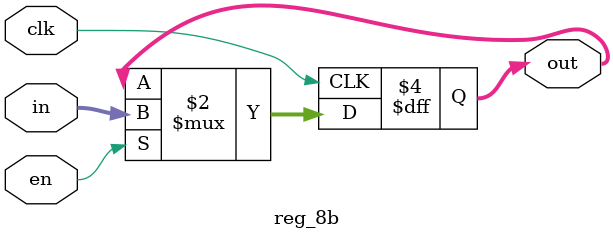
<source format=v>
module reg_8b(input[7:0] in, input clk, en, output reg[7:0] out);
    always @(posedge clk)
    begin
        if (en)
            out <= in;
    end
endmodule
</source>
